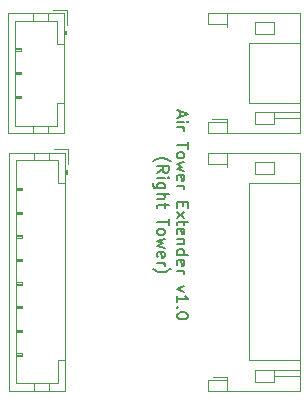
<source format=gbr>
%TF.GenerationSoftware,KiCad,Pcbnew,(5.1.9)-1*%
%TF.CreationDate,2021-03-05T23:36:06-06:00*%
%TF.ProjectId,OpeNITHM-Tower-Extenders__Right-Tower,4f70654e-4954-4484-9d2d-546f7765722d,rev?*%
%TF.SameCoordinates,Original*%
%TF.FileFunction,Legend,Top*%
%TF.FilePolarity,Positive*%
%FSLAX46Y46*%
G04 Gerber Fmt 4.6, Leading zero omitted, Abs format (unit mm)*
G04 Created by KiCad (PCBNEW (5.1.9)-1) date 2021-03-05 23:36:06*
%MOMM*%
%LPD*%
G01*
G04 APERTURE LIST*
%ADD10C,0.150000*%
%ADD11C,0.120000*%
G04 APERTURE END LIST*
D10*
X78368333Y-53500476D02*
X78368333Y-53976666D01*
X78082619Y-53405238D02*
X79082619Y-53738571D01*
X78082619Y-54071904D01*
X78082619Y-54405238D02*
X78749285Y-54405238D01*
X79082619Y-54405238D02*
X79035000Y-54357619D01*
X78987380Y-54405238D01*
X79035000Y-54452857D01*
X79082619Y-54405238D01*
X78987380Y-54405238D01*
X78082619Y-54881428D02*
X78749285Y-54881428D01*
X78558809Y-54881428D02*
X78654047Y-54929047D01*
X78701666Y-54976666D01*
X78749285Y-55071904D01*
X78749285Y-55167142D01*
X79082619Y-56119523D02*
X79082619Y-56690952D01*
X78082619Y-56405238D02*
X79082619Y-56405238D01*
X78082619Y-57167142D02*
X78130238Y-57071904D01*
X78177857Y-57024285D01*
X78273095Y-56976666D01*
X78558809Y-56976666D01*
X78654047Y-57024285D01*
X78701666Y-57071904D01*
X78749285Y-57167142D01*
X78749285Y-57310000D01*
X78701666Y-57405238D01*
X78654047Y-57452857D01*
X78558809Y-57500476D01*
X78273095Y-57500476D01*
X78177857Y-57452857D01*
X78130238Y-57405238D01*
X78082619Y-57310000D01*
X78082619Y-57167142D01*
X78749285Y-57833809D02*
X78082619Y-58024285D01*
X78558809Y-58214761D01*
X78082619Y-58405238D01*
X78749285Y-58595714D01*
X78130238Y-59357619D02*
X78082619Y-59262380D01*
X78082619Y-59071904D01*
X78130238Y-58976666D01*
X78225476Y-58929047D01*
X78606428Y-58929047D01*
X78701666Y-58976666D01*
X78749285Y-59071904D01*
X78749285Y-59262380D01*
X78701666Y-59357619D01*
X78606428Y-59405238D01*
X78511190Y-59405238D01*
X78415952Y-58929047D01*
X78082619Y-59833809D02*
X78749285Y-59833809D01*
X78558809Y-59833809D02*
X78654047Y-59881428D01*
X78701666Y-59929047D01*
X78749285Y-60024285D01*
X78749285Y-60119523D01*
X78606428Y-61214761D02*
X78606428Y-61548095D01*
X78082619Y-61690952D02*
X78082619Y-61214761D01*
X79082619Y-61214761D01*
X79082619Y-61690952D01*
X78082619Y-62024285D02*
X78749285Y-62548095D01*
X78749285Y-62024285D02*
X78082619Y-62548095D01*
X78749285Y-62786190D02*
X78749285Y-63167142D01*
X79082619Y-62929047D02*
X78225476Y-62929047D01*
X78130238Y-62976666D01*
X78082619Y-63071904D01*
X78082619Y-63167142D01*
X78130238Y-63881428D02*
X78082619Y-63786190D01*
X78082619Y-63595714D01*
X78130238Y-63500476D01*
X78225476Y-63452857D01*
X78606428Y-63452857D01*
X78701666Y-63500476D01*
X78749285Y-63595714D01*
X78749285Y-63786190D01*
X78701666Y-63881428D01*
X78606428Y-63929047D01*
X78511190Y-63929047D01*
X78415952Y-63452857D01*
X78749285Y-64357619D02*
X78082619Y-64357619D01*
X78654047Y-64357619D02*
X78701666Y-64405238D01*
X78749285Y-64500476D01*
X78749285Y-64643333D01*
X78701666Y-64738571D01*
X78606428Y-64786190D01*
X78082619Y-64786190D01*
X78082619Y-65690952D02*
X79082619Y-65690952D01*
X78130238Y-65690952D02*
X78082619Y-65595714D01*
X78082619Y-65405238D01*
X78130238Y-65310000D01*
X78177857Y-65262380D01*
X78273095Y-65214761D01*
X78558809Y-65214761D01*
X78654047Y-65262380D01*
X78701666Y-65310000D01*
X78749285Y-65405238D01*
X78749285Y-65595714D01*
X78701666Y-65690952D01*
X78130238Y-66548095D02*
X78082619Y-66452857D01*
X78082619Y-66262380D01*
X78130238Y-66167142D01*
X78225476Y-66119523D01*
X78606428Y-66119523D01*
X78701666Y-66167142D01*
X78749285Y-66262380D01*
X78749285Y-66452857D01*
X78701666Y-66548095D01*
X78606428Y-66595714D01*
X78511190Y-66595714D01*
X78415952Y-66119523D01*
X78082619Y-67024285D02*
X78749285Y-67024285D01*
X78558809Y-67024285D02*
X78654047Y-67071904D01*
X78701666Y-67119523D01*
X78749285Y-67214761D01*
X78749285Y-67310000D01*
X78749285Y-68310000D02*
X78082619Y-68548095D01*
X78749285Y-68786190D01*
X78082619Y-69690952D02*
X78082619Y-69119523D01*
X78082619Y-69405238D02*
X79082619Y-69405238D01*
X78939761Y-69310000D01*
X78844523Y-69214761D01*
X78796904Y-69119523D01*
X78177857Y-70119523D02*
X78130238Y-70167142D01*
X78082619Y-70119523D01*
X78130238Y-70071904D01*
X78177857Y-70119523D01*
X78082619Y-70119523D01*
X79082619Y-70786190D02*
X79082619Y-70881428D01*
X79035000Y-70976666D01*
X78987380Y-71024285D01*
X78892142Y-71071904D01*
X78701666Y-71119523D01*
X78463571Y-71119523D01*
X78273095Y-71071904D01*
X78177857Y-71024285D01*
X78130238Y-70976666D01*
X78082619Y-70881428D01*
X78082619Y-70786190D01*
X78130238Y-70690952D01*
X78177857Y-70643333D01*
X78273095Y-70595714D01*
X78463571Y-70548095D01*
X78701666Y-70548095D01*
X78892142Y-70595714D01*
X78987380Y-70643333D01*
X79035000Y-70690952D01*
X79082619Y-70786190D01*
X76051666Y-57762380D02*
X76099285Y-57714761D01*
X76242142Y-57619523D01*
X76337380Y-57571904D01*
X76480238Y-57524285D01*
X76718333Y-57476666D01*
X76908809Y-57476666D01*
X77146904Y-57524285D01*
X77289761Y-57571904D01*
X77385000Y-57619523D01*
X77527857Y-57714761D01*
X77575476Y-57762380D01*
X76432619Y-58714761D02*
X76908809Y-58381428D01*
X76432619Y-58143333D02*
X77432619Y-58143333D01*
X77432619Y-58524285D01*
X77385000Y-58619523D01*
X77337380Y-58667142D01*
X77242142Y-58714761D01*
X77099285Y-58714761D01*
X77004047Y-58667142D01*
X76956428Y-58619523D01*
X76908809Y-58524285D01*
X76908809Y-58143333D01*
X76432619Y-59143333D02*
X77099285Y-59143333D01*
X77432619Y-59143333D02*
X77385000Y-59095714D01*
X77337380Y-59143333D01*
X77385000Y-59190952D01*
X77432619Y-59143333D01*
X77337380Y-59143333D01*
X77099285Y-60048095D02*
X76289761Y-60048095D01*
X76194523Y-60000476D01*
X76146904Y-59952857D01*
X76099285Y-59857619D01*
X76099285Y-59714761D01*
X76146904Y-59619523D01*
X76480238Y-60048095D02*
X76432619Y-59952857D01*
X76432619Y-59762380D01*
X76480238Y-59667142D01*
X76527857Y-59619523D01*
X76623095Y-59571904D01*
X76908809Y-59571904D01*
X77004047Y-59619523D01*
X77051666Y-59667142D01*
X77099285Y-59762380D01*
X77099285Y-59952857D01*
X77051666Y-60048095D01*
X76432619Y-60524285D02*
X77432619Y-60524285D01*
X76432619Y-60952857D02*
X76956428Y-60952857D01*
X77051666Y-60905238D01*
X77099285Y-60810000D01*
X77099285Y-60667142D01*
X77051666Y-60571904D01*
X77004047Y-60524285D01*
X77099285Y-61286190D02*
X77099285Y-61667142D01*
X77432619Y-61429047D02*
X76575476Y-61429047D01*
X76480238Y-61476666D01*
X76432619Y-61571904D01*
X76432619Y-61667142D01*
X77432619Y-62619523D02*
X77432619Y-63190952D01*
X76432619Y-62905238D02*
X77432619Y-62905238D01*
X76432619Y-63667142D02*
X76480238Y-63571904D01*
X76527857Y-63524285D01*
X76623095Y-63476666D01*
X76908809Y-63476666D01*
X77004047Y-63524285D01*
X77051666Y-63571904D01*
X77099285Y-63667142D01*
X77099285Y-63810000D01*
X77051666Y-63905238D01*
X77004047Y-63952857D01*
X76908809Y-64000476D01*
X76623095Y-64000476D01*
X76527857Y-63952857D01*
X76480238Y-63905238D01*
X76432619Y-63810000D01*
X76432619Y-63667142D01*
X77099285Y-64333809D02*
X76432619Y-64524285D01*
X76908809Y-64714761D01*
X76432619Y-64905238D01*
X77099285Y-65095714D01*
X76480238Y-65857619D02*
X76432619Y-65762380D01*
X76432619Y-65571904D01*
X76480238Y-65476666D01*
X76575476Y-65429047D01*
X76956428Y-65429047D01*
X77051666Y-65476666D01*
X77099285Y-65571904D01*
X77099285Y-65762380D01*
X77051666Y-65857619D01*
X76956428Y-65905238D01*
X76861190Y-65905238D01*
X76765952Y-65429047D01*
X76432619Y-66333809D02*
X77099285Y-66333809D01*
X76908809Y-66333809D02*
X77004047Y-66381428D01*
X77051666Y-66429047D01*
X77099285Y-66524285D01*
X77099285Y-66619523D01*
X76051666Y-66857619D02*
X76099285Y-66905238D01*
X76242142Y-67000476D01*
X76337380Y-67048095D01*
X76480238Y-67095714D01*
X76718333Y-67143333D01*
X76908809Y-67143333D01*
X77146904Y-67095714D01*
X77289761Y-67048095D01*
X77385000Y-67000476D01*
X77527857Y-66905238D01*
X77575476Y-66857619D01*
D11*
%TO.C,J4*%
X82340000Y-75980000D02*
X81125000Y-75980000D01*
X86300000Y-75920000D02*
X88560000Y-75920000D01*
X86300000Y-75420000D02*
X88560000Y-75420000D01*
X84700000Y-58820000D02*
X84700000Y-57820000D01*
X86300000Y-58820000D02*
X84700000Y-58820000D01*
X86300000Y-57820000D02*
X86300000Y-58820000D01*
X84700000Y-57820000D02*
X86300000Y-57820000D01*
X84700000Y-75420000D02*
X84700000Y-76420000D01*
X86300000Y-75420000D02*
X84700000Y-75420000D01*
X86300000Y-76420000D02*
X86300000Y-75420000D01*
X84700000Y-76420000D02*
X86300000Y-76420000D01*
X82340000Y-57060000D02*
X82340000Y-57980000D01*
X82340000Y-77180000D02*
X82340000Y-76260000D01*
X84200000Y-59620000D02*
X88560000Y-59620000D01*
X84200000Y-74620000D02*
X84200000Y-59620000D01*
X88560000Y-74620000D02*
X84200000Y-74620000D01*
X82340000Y-57980000D02*
X82340000Y-58260000D01*
X80740000Y-57980000D02*
X82340000Y-57980000D01*
X80740000Y-57060000D02*
X80740000Y-57980000D01*
X88560000Y-57060000D02*
X80740000Y-57060000D01*
X88560000Y-77180000D02*
X88560000Y-57060000D01*
X80740000Y-77180000D02*
X88560000Y-77180000D01*
X80740000Y-76260000D02*
X80740000Y-77180000D01*
X82340000Y-76260000D02*
X80740000Y-76260000D01*
X82340000Y-75980000D02*
X82340000Y-76260000D01*
%TO.C,J3*%
X68912000Y-56753000D02*
X67662000Y-56753000D01*
X68912000Y-58003000D02*
X68912000Y-56753000D01*
X64502000Y-74113000D02*
X65002000Y-74113000D01*
X65002000Y-74213000D02*
X64502000Y-74213000D01*
X65002000Y-74013000D02*
X65002000Y-74213000D01*
X64502000Y-74013000D02*
X65002000Y-74013000D01*
X64502000Y-72113000D02*
X65002000Y-72113000D01*
X65002000Y-72213000D02*
X64502000Y-72213000D01*
X65002000Y-72013000D02*
X65002000Y-72213000D01*
X64502000Y-72013000D02*
X65002000Y-72013000D01*
X64502000Y-70113000D02*
X65002000Y-70113000D01*
X65002000Y-70213000D02*
X64502000Y-70213000D01*
X65002000Y-70013000D02*
X65002000Y-70213000D01*
X64502000Y-70013000D02*
X65002000Y-70013000D01*
X64502000Y-68113000D02*
X65002000Y-68113000D01*
X65002000Y-68213000D02*
X64502000Y-68213000D01*
X65002000Y-68013000D02*
X65002000Y-68213000D01*
X64502000Y-68013000D02*
X65002000Y-68013000D01*
X64502000Y-66113000D02*
X65002000Y-66113000D01*
X65002000Y-66213000D02*
X64502000Y-66213000D01*
X65002000Y-66013000D02*
X65002000Y-66213000D01*
X64502000Y-66013000D02*
X65002000Y-66013000D01*
X64502000Y-64113000D02*
X65002000Y-64113000D01*
X65002000Y-64213000D02*
X64502000Y-64213000D01*
X65002000Y-64013000D02*
X65002000Y-64213000D01*
X64502000Y-64013000D02*
X65002000Y-64013000D01*
X64502000Y-62113000D02*
X65002000Y-62113000D01*
X65002000Y-62213000D02*
X64502000Y-62213000D01*
X65002000Y-62013000D02*
X65002000Y-62213000D01*
X64502000Y-62013000D02*
X65002000Y-62013000D01*
X64502000Y-60113000D02*
X65002000Y-60113000D01*
X65002000Y-60213000D02*
X64502000Y-60213000D01*
X65002000Y-60013000D02*
X65002000Y-60213000D01*
X64502000Y-60013000D02*
X65002000Y-60013000D01*
X66002000Y-77173000D02*
X66002000Y-76563000D01*
X67302000Y-77173000D02*
X67302000Y-76563000D01*
X66002000Y-57053000D02*
X66002000Y-57663000D01*
X67302000Y-57053000D02*
X67302000Y-57663000D01*
X68002000Y-74613000D02*
X68612000Y-74613000D01*
X68002000Y-76563000D02*
X68002000Y-74613000D01*
X64502000Y-76563000D02*
X68002000Y-76563000D01*
X64502000Y-57663000D02*
X64502000Y-76563000D01*
X68002000Y-57663000D02*
X64502000Y-57663000D01*
X68002000Y-59613000D02*
X68002000Y-57663000D01*
X68612000Y-59613000D02*
X68002000Y-59613000D01*
X68712000Y-58813000D02*
X68712000Y-58513000D01*
X68812000Y-58513000D02*
X68612000Y-58513000D01*
X68812000Y-58813000D02*
X68812000Y-58513000D01*
X68612000Y-58813000D02*
X68812000Y-58813000D01*
X68612000Y-77173000D02*
X68612000Y-57053000D01*
X63892000Y-77173000D02*
X68612000Y-77173000D01*
X63892000Y-57053000D02*
X63892000Y-77173000D01*
X68612000Y-57053000D02*
X63892000Y-57053000D01*
%TO.C,J2*%
X82330000Y-54140000D02*
X81115000Y-54140000D01*
X86290000Y-54080000D02*
X88550000Y-54080000D01*
X86290000Y-53580000D02*
X88550000Y-53580000D01*
X84690000Y-46980000D02*
X84690000Y-45980000D01*
X86290000Y-46980000D02*
X84690000Y-46980000D01*
X86290000Y-45980000D02*
X86290000Y-46980000D01*
X84690000Y-45980000D02*
X86290000Y-45980000D01*
X84690000Y-53580000D02*
X84690000Y-54580000D01*
X86290000Y-53580000D02*
X84690000Y-53580000D01*
X86290000Y-54580000D02*
X86290000Y-53580000D01*
X84690000Y-54580000D02*
X86290000Y-54580000D01*
X82330000Y-45220000D02*
X82330000Y-46140000D01*
X82330000Y-55340000D02*
X82330000Y-54420000D01*
X84190000Y-47780000D02*
X88550000Y-47780000D01*
X84190000Y-52780000D02*
X84190000Y-47780000D01*
X88550000Y-52780000D02*
X84190000Y-52780000D01*
X82330000Y-46140000D02*
X82330000Y-46420000D01*
X80730000Y-46140000D02*
X82330000Y-46140000D01*
X80730000Y-45220000D02*
X80730000Y-46140000D01*
X88550000Y-45220000D02*
X80730000Y-45220000D01*
X88550000Y-55340000D02*
X88550000Y-45220000D01*
X80730000Y-55340000D02*
X88550000Y-55340000D01*
X80730000Y-54420000D02*
X80730000Y-55340000D01*
X82330000Y-54420000D02*
X80730000Y-54420000D01*
X82330000Y-54140000D02*
X82330000Y-54420000D01*
%TO.C,J1*%
X68832000Y-44926000D02*
X67582000Y-44926000D01*
X68832000Y-46176000D02*
X68832000Y-44926000D01*
X64422000Y-52286000D02*
X64922000Y-52286000D01*
X64922000Y-52386000D02*
X64422000Y-52386000D01*
X64922000Y-52186000D02*
X64922000Y-52386000D01*
X64422000Y-52186000D02*
X64922000Y-52186000D01*
X64422000Y-50286000D02*
X64922000Y-50286000D01*
X64922000Y-50386000D02*
X64422000Y-50386000D01*
X64922000Y-50186000D02*
X64922000Y-50386000D01*
X64422000Y-50186000D02*
X64922000Y-50186000D01*
X64422000Y-48286000D02*
X64922000Y-48286000D01*
X64922000Y-48386000D02*
X64422000Y-48386000D01*
X64922000Y-48186000D02*
X64922000Y-48386000D01*
X64422000Y-48186000D02*
X64922000Y-48186000D01*
X65922000Y-55346000D02*
X65922000Y-54736000D01*
X67222000Y-55346000D02*
X67222000Y-54736000D01*
X65922000Y-45226000D02*
X65922000Y-45836000D01*
X67222000Y-45226000D02*
X67222000Y-45836000D01*
X67922000Y-52786000D02*
X68532000Y-52786000D01*
X67922000Y-54736000D02*
X67922000Y-52786000D01*
X64422000Y-54736000D02*
X67922000Y-54736000D01*
X64422000Y-45836000D02*
X64422000Y-54736000D01*
X67922000Y-45836000D02*
X64422000Y-45836000D01*
X67922000Y-47786000D02*
X67922000Y-45836000D01*
X68532000Y-47786000D02*
X67922000Y-47786000D01*
X68632000Y-46986000D02*
X68632000Y-46686000D01*
X68732000Y-46686000D02*
X68532000Y-46686000D01*
X68732000Y-46986000D02*
X68732000Y-46686000D01*
X68532000Y-46986000D02*
X68732000Y-46986000D01*
X68532000Y-55346000D02*
X68532000Y-45226000D01*
X63812000Y-55346000D02*
X68532000Y-55346000D01*
X63812000Y-45226000D02*
X63812000Y-55346000D01*
X68532000Y-45226000D02*
X63812000Y-45226000D01*
%TD*%
M02*

</source>
